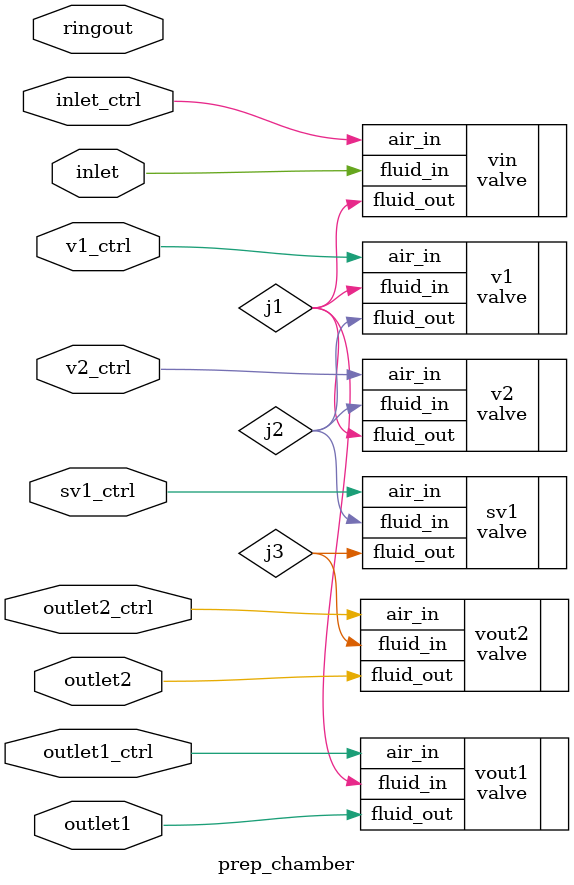
<source format=v>
module chamber(inout ring_in_ctrl,
               ring_out_ctrl, sieve_ctrl,
               collect_ctrl,
               inlet_ctrl, outlet_ctrl, bead_ctrl,
               pump1, pump2, pump3,
               inout ring_in, inlet, bead_in, outlet, collect);
  wire j1, j2, j3, j4, j5;
  valve vring_in(.fluid_in(ring_in), .fluid_out(j1), .air_in(ring_in_ctrl));
  valve vpump1(.fluid_in(j1), .fluid_out(j2), .air_in(pump1));
  valve vpump2(.fluid_in(j2), .fluid_out(j3), .air_in(pump2));
  valve vpump3(.fluid_in(j3), .fluid_out(j1), .air_in(pump3));
  valve vinlet(.fluid_in(inlet), .fluid_out(j2), .air_in(inlet_ctrl));
  valve voutlet(.fluid_in(outlet), .fluid_out(j3), .air_in(outlet_ctrl));
  valve vbead(.fluid_in(bead_in), .fluid_out(j2), .air_in(bead_ctrl));
  valve vring_out(.fluid_in(j1), .fluid_out(j4), .air_in(ring_out_ctrl));
  valve vsieve(.fluid_in(j4), .fluid_out(j5), .air_in(sieve_ctrl));
  valve vcollect(.fluid_in(j5), .fluid_out(collect), .air_in(collect_ctrl));

endmodule

module prep_chamber(inout inlet, v1_ctrl, v2_ctrl, sv1_ctrl, inlet_ctrl, outlet1_ctrl, outlet2_ctrl, inout outlet1, outlet2, ringout);
  wire j1, j2, j3;
  valve vin(.fluid_in(inlet), .fluid_out(j1), .air_in(inlet_ctrl));
  valve vout1(.fluid_in(j1), .fluid_out(outlet1), .air_in(outlet1_ctrl));
  valve vout2(.fluid_in(j3), .fluid_out(outlet2), .air_in(outlet2_ctrl));
  valve v1(.fluid_in(j1), .fluid_out(j2), .air_in(v1_ctrl));
  valve v2(.fluid_in(j2), .fluid_out(j1), .air_in(v2_ctrl));
  valve sv1(.fluid_in(j2), .fluid_out(j3), .air_in(sv1_ctrl));
endmodule

</source>
